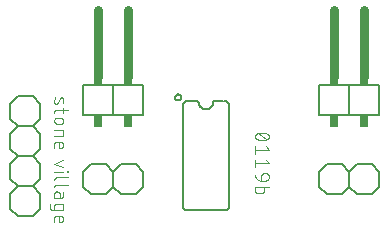
<source format=gbr>
G04 EAGLE Gerber RS-274X export*
G75*
%MOMM*%
%FSLAX34Y34*%
%LPD*%
%INSilkscreen Top*%
%IPPOS*%
%AMOC8*
5,1,8,0,0,1.08239X$1,22.5*%
G01*
%ADD10C,0.101600*%
%ADD11C,0.152400*%
%ADD12C,0.762000*%
%ADD13R,0.762000X0.508000*%
%ADD14R,0.762000X1.016000*%
%ADD15C,0.203200*%


D10*
X53754Y104948D02*
X55052Y108194D01*
X55051Y108194D02*
X55084Y108269D01*
X55120Y108343D01*
X55159Y108415D01*
X55202Y108485D01*
X55248Y108552D01*
X55298Y108618D01*
X55350Y108680D01*
X55406Y108741D01*
X55464Y108798D01*
X55525Y108853D01*
X55589Y108904D01*
X55655Y108952D01*
X55724Y108997D01*
X55794Y109039D01*
X55867Y109077D01*
X55941Y109112D01*
X56017Y109143D01*
X56094Y109170D01*
X56173Y109193D01*
X56252Y109213D01*
X56333Y109228D01*
X56414Y109240D01*
X56496Y109248D01*
X56577Y109252D01*
X56659Y109251D01*
X56741Y109247D01*
X56823Y109239D01*
X56904Y109227D01*
X56984Y109211D01*
X57064Y109191D01*
X57142Y109167D01*
X57219Y109139D01*
X57295Y109108D01*
X57369Y109073D01*
X57441Y109035D01*
X57512Y108993D01*
X57580Y108947D01*
X57646Y108899D01*
X57709Y108847D01*
X57770Y108792D01*
X57828Y108734D01*
X57884Y108674D01*
X57936Y108611D01*
X57985Y108545D01*
X58031Y108477D01*
X58073Y108407D01*
X58113Y108335D01*
X58148Y108261D01*
X58180Y108186D01*
X58208Y108109D01*
X58232Y108031D01*
X58253Y107951D01*
X58270Y107871D01*
X58282Y107790D01*
X58291Y107709D01*
X58296Y107627D01*
X58297Y107545D01*
X58293Y107368D01*
X58284Y107191D01*
X58270Y107014D01*
X58253Y106837D01*
X58231Y106662D01*
X58206Y106486D01*
X58175Y106312D01*
X58141Y106138D01*
X58103Y105965D01*
X58060Y105793D01*
X58013Y105622D01*
X57963Y105452D01*
X57908Y105283D01*
X57849Y105116D01*
X57786Y104951D01*
X57719Y104786D01*
X57648Y104624D01*
X53754Y104948D02*
X53721Y104873D01*
X53685Y104799D01*
X53646Y104727D01*
X53603Y104657D01*
X53557Y104590D01*
X53507Y104524D01*
X53455Y104462D01*
X53399Y104401D01*
X53341Y104344D01*
X53280Y104289D01*
X53216Y104238D01*
X53150Y104190D01*
X53081Y104145D01*
X53011Y104103D01*
X52938Y104065D01*
X52864Y104030D01*
X52788Y103999D01*
X52711Y103972D01*
X52632Y103949D01*
X52553Y103929D01*
X52472Y103914D01*
X52391Y103902D01*
X52309Y103894D01*
X52228Y103890D01*
X52146Y103891D01*
X52064Y103895D01*
X51982Y103903D01*
X51901Y103915D01*
X51821Y103931D01*
X51741Y103951D01*
X51663Y103975D01*
X51586Y104003D01*
X51510Y104034D01*
X51436Y104069D01*
X51364Y104107D01*
X51293Y104149D01*
X51225Y104195D01*
X51159Y104243D01*
X51096Y104295D01*
X51035Y104350D01*
X50977Y104408D01*
X50921Y104468D01*
X50869Y104531D01*
X50820Y104597D01*
X50774Y104665D01*
X50732Y104735D01*
X50692Y104807D01*
X50657Y104881D01*
X50625Y104956D01*
X50597Y105033D01*
X50573Y105111D01*
X50552Y105191D01*
X50535Y105271D01*
X50523Y105352D01*
X50514Y105433D01*
X50509Y105515D01*
X50508Y105597D01*
X50515Y105857D01*
X50528Y106117D01*
X50547Y106377D01*
X50572Y106636D01*
X50604Y106895D01*
X50641Y107152D01*
X50685Y107409D01*
X50734Y107665D01*
X50790Y107919D01*
X50851Y108172D01*
X50919Y108423D01*
X50993Y108673D01*
X51072Y108921D01*
X51157Y109167D01*
X58297Y100229D02*
X58297Y96334D01*
X62192Y98931D02*
X52455Y98931D01*
X52455Y98930D02*
X52368Y98928D01*
X52280Y98922D01*
X52194Y98912D01*
X52107Y98899D01*
X52022Y98881D01*
X51937Y98860D01*
X51853Y98835D01*
X51771Y98806D01*
X51690Y98773D01*
X51610Y98737D01*
X51532Y98698D01*
X51456Y98654D01*
X51382Y98608D01*
X51311Y98558D01*
X51241Y98505D01*
X51174Y98449D01*
X51110Y98390D01*
X51048Y98328D01*
X50989Y98264D01*
X50933Y98197D01*
X50880Y98127D01*
X50830Y98056D01*
X50784Y97982D01*
X50740Y97906D01*
X50701Y97828D01*
X50665Y97748D01*
X50632Y97667D01*
X50603Y97585D01*
X50578Y97501D01*
X50557Y97416D01*
X50539Y97331D01*
X50526Y97244D01*
X50516Y97158D01*
X50510Y97070D01*
X50508Y96983D01*
X50508Y96334D01*
X53104Y92022D02*
X55701Y92022D01*
X55802Y92020D01*
X55902Y92014D01*
X56002Y92004D01*
X56102Y91991D01*
X56201Y91973D01*
X56300Y91952D01*
X56397Y91927D01*
X56494Y91898D01*
X56589Y91865D01*
X56683Y91829D01*
X56775Y91789D01*
X56866Y91746D01*
X56955Y91699D01*
X57042Y91649D01*
X57128Y91595D01*
X57211Y91538D01*
X57291Y91478D01*
X57370Y91415D01*
X57446Y91348D01*
X57519Y91279D01*
X57589Y91207D01*
X57657Y91133D01*
X57722Y91056D01*
X57783Y90976D01*
X57842Y90894D01*
X57897Y90810D01*
X57949Y90724D01*
X57998Y90636D01*
X58043Y90546D01*
X58085Y90454D01*
X58123Y90361D01*
X58157Y90266D01*
X58188Y90171D01*
X58215Y90074D01*
X58238Y89976D01*
X58258Y89877D01*
X58273Y89777D01*
X58285Y89677D01*
X58293Y89577D01*
X58297Y89476D01*
X58297Y89376D01*
X58293Y89275D01*
X58285Y89175D01*
X58273Y89075D01*
X58258Y88975D01*
X58238Y88876D01*
X58215Y88778D01*
X58188Y88681D01*
X58157Y88586D01*
X58123Y88491D01*
X58085Y88398D01*
X58043Y88306D01*
X57998Y88216D01*
X57949Y88128D01*
X57897Y88042D01*
X57842Y87958D01*
X57783Y87876D01*
X57722Y87796D01*
X57657Y87719D01*
X57589Y87645D01*
X57519Y87573D01*
X57446Y87504D01*
X57370Y87437D01*
X57291Y87374D01*
X57211Y87314D01*
X57128Y87257D01*
X57042Y87203D01*
X56955Y87153D01*
X56866Y87106D01*
X56775Y87063D01*
X56683Y87023D01*
X56589Y86987D01*
X56494Y86954D01*
X56397Y86925D01*
X56300Y86900D01*
X56201Y86879D01*
X56102Y86861D01*
X56002Y86848D01*
X55902Y86838D01*
X55802Y86832D01*
X55701Y86830D01*
X53104Y86830D01*
X53003Y86832D01*
X52903Y86838D01*
X52803Y86848D01*
X52703Y86861D01*
X52604Y86879D01*
X52505Y86900D01*
X52408Y86925D01*
X52311Y86954D01*
X52216Y86987D01*
X52122Y87023D01*
X52030Y87063D01*
X51939Y87106D01*
X51850Y87153D01*
X51763Y87203D01*
X51677Y87257D01*
X51594Y87314D01*
X51514Y87374D01*
X51435Y87437D01*
X51359Y87504D01*
X51286Y87573D01*
X51216Y87645D01*
X51148Y87719D01*
X51083Y87796D01*
X51022Y87876D01*
X50963Y87958D01*
X50908Y88042D01*
X50856Y88128D01*
X50807Y88216D01*
X50762Y88306D01*
X50720Y88398D01*
X50682Y88491D01*
X50648Y88586D01*
X50617Y88681D01*
X50590Y88778D01*
X50567Y88876D01*
X50547Y88975D01*
X50532Y89075D01*
X50520Y89175D01*
X50512Y89275D01*
X50508Y89376D01*
X50508Y89476D01*
X50512Y89577D01*
X50520Y89677D01*
X50532Y89777D01*
X50547Y89877D01*
X50567Y89976D01*
X50590Y90074D01*
X50617Y90171D01*
X50648Y90266D01*
X50682Y90361D01*
X50720Y90454D01*
X50762Y90546D01*
X50807Y90636D01*
X50856Y90724D01*
X50908Y90810D01*
X50963Y90894D01*
X51022Y90976D01*
X51083Y91056D01*
X51148Y91133D01*
X51216Y91207D01*
X51286Y91279D01*
X51359Y91348D01*
X51435Y91415D01*
X51514Y91478D01*
X51594Y91538D01*
X51677Y91595D01*
X51763Y91649D01*
X51850Y91699D01*
X51939Y91746D01*
X52030Y91789D01*
X52122Y91829D01*
X52216Y91865D01*
X52311Y91898D01*
X52408Y91927D01*
X52505Y91952D01*
X52604Y91973D01*
X52703Y91991D01*
X52803Y92004D01*
X52903Y92014D01*
X53003Y92020D01*
X53104Y92022D01*
X50508Y81735D02*
X58297Y81735D01*
X58297Y78490D01*
X58295Y78403D01*
X58289Y78315D01*
X58279Y78229D01*
X58266Y78142D01*
X58248Y78057D01*
X58227Y77972D01*
X58202Y77888D01*
X58173Y77806D01*
X58140Y77725D01*
X58104Y77645D01*
X58065Y77567D01*
X58021Y77491D01*
X57975Y77417D01*
X57925Y77346D01*
X57872Y77276D01*
X57816Y77209D01*
X57757Y77145D01*
X57696Y77083D01*
X57631Y77024D01*
X57564Y76968D01*
X57494Y76915D01*
X57423Y76865D01*
X57349Y76819D01*
X57273Y76776D01*
X57195Y76736D01*
X57115Y76700D01*
X57034Y76667D01*
X56952Y76638D01*
X56868Y76613D01*
X56783Y76592D01*
X56698Y76574D01*
X56611Y76561D01*
X56525Y76551D01*
X56437Y76545D01*
X56350Y76543D01*
X50508Y76543D01*
X50508Y69501D02*
X50508Y66256D01*
X50508Y69501D02*
X50510Y69588D01*
X50516Y69676D01*
X50526Y69762D01*
X50539Y69849D01*
X50557Y69934D01*
X50578Y70019D01*
X50603Y70103D01*
X50632Y70185D01*
X50665Y70266D01*
X50701Y70346D01*
X50740Y70424D01*
X50784Y70500D01*
X50830Y70574D01*
X50880Y70645D01*
X50933Y70715D01*
X50989Y70782D01*
X51048Y70846D01*
X51110Y70908D01*
X51174Y70967D01*
X51241Y71023D01*
X51311Y71076D01*
X51382Y71126D01*
X51456Y71172D01*
X51532Y71216D01*
X51610Y71255D01*
X51690Y71291D01*
X51771Y71324D01*
X51853Y71353D01*
X51937Y71378D01*
X52022Y71399D01*
X52107Y71417D01*
X52194Y71430D01*
X52280Y71440D01*
X52368Y71446D01*
X52455Y71448D01*
X55701Y71448D01*
X55802Y71446D01*
X55902Y71440D01*
X56002Y71430D01*
X56102Y71417D01*
X56201Y71399D01*
X56300Y71378D01*
X56397Y71353D01*
X56494Y71324D01*
X56589Y71291D01*
X56683Y71255D01*
X56775Y71215D01*
X56866Y71172D01*
X56955Y71125D01*
X57042Y71075D01*
X57128Y71021D01*
X57211Y70964D01*
X57291Y70904D01*
X57370Y70841D01*
X57446Y70774D01*
X57519Y70705D01*
X57589Y70633D01*
X57657Y70559D01*
X57722Y70482D01*
X57783Y70402D01*
X57842Y70320D01*
X57897Y70236D01*
X57949Y70150D01*
X57998Y70062D01*
X58043Y69972D01*
X58085Y69880D01*
X58123Y69787D01*
X58157Y69692D01*
X58188Y69597D01*
X58215Y69500D01*
X58238Y69402D01*
X58258Y69303D01*
X58273Y69203D01*
X58285Y69103D01*
X58293Y69003D01*
X58297Y68902D01*
X58297Y68802D01*
X58293Y68701D01*
X58285Y68601D01*
X58273Y68501D01*
X58258Y68401D01*
X58238Y68302D01*
X58215Y68204D01*
X58188Y68107D01*
X58157Y68012D01*
X58123Y67917D01*
X58085Y67824D01*
X58043Y67732D01*
X57998Y67642D01*
X57949Y67554D01*
X57897Y67468D01*
X57842Y67384D01*
X57783Y67302D01*
X57722Y67222D01*
X57657Y67145D01*
X57589Y67071D01*
X57519Y66999D01*
X57446Y66930D01*
X57370Y66863D01*
X57291Y66800D01*
X57211Y66740D01*
X57128Y66683D01*
X57042Y66629D01*
X56955Y66579D01*
X56866Y66532D01*
X56775Y66489D01*
X56683Y66449D01*
X56589Y66413D01*
X56494Y66380D01*
X56397Y66351D01*
X56300Y66326D01*
X56201Y66305D01*
X56102Y66287D01*
X56002Y66274D01*
X55902Y66264D01*
X55802Y66258D01*
X55701Y66256D01*
X54403Y66256D01*
X54403Y71448D01*
X58297Y55827D02*
X50508Y53231D01*
X58297Y50635D01*
X58297Y46373D02*
X50508Y46373D01*
X61543Y46698D02*
X62192Y46698D01*
X62192Y46049D01*
X61543Y46049D01*
X61543Y46698D01*
X62192Y41581D02*
X52455Y41581D01*
X52368Y41579D01*
X52280Y41573D01*
X52194Y41563D01*
X52107Y41550D01*
X52022Y41532D01*
X51937Y41511D01*
X51853Y41486D01*
X51771Y41457D01*
X51690Y41424D01*
X51610Y41388D01*
X51532Y41349D01*
X51456Y41305D01*
X51382Y41259D01*
X51311Y41209D01*
X51241Y41156D01*
X51174Y41100D01*
X51110Y41041D01*
X51048Y40979D01*
X50989Y40915D01*
X50933Y40848D01*
X50880Y40778D01*
X50830Y40707D01*
X50784Y40633D01*
X50740Y40557D01*
X50701Y40479D01*
X50665Y40399D01*
X50632Y40318D01*
X50603Y40236D01*
X50578Y40152D01*
X50557Y40067D01*
X50539Y39982D01*
X50526Y39895D01*
X50516Y39809D01*
X50510Y39721D01*
X50508Y39634D01*
X52455Y35485D02*
X62192Y35485D01*
X52455Y35485D02*
X52368Y35483D01*
X52280Y35477D01*
X52194Y35467D01*
X52107Y35454D01*
X52022Y35436D01*
X51937Y35415D01*
X51853Y35390D01*
X51771Y35361D01*
X51690Y35328D01*
X51610Y35292D01*
X51532Y35253D01*
X51456Y35209D01*
X51382Y35163D01*
X51311Y35113D01*
X51241Y35060D01*
X51174Y35004D01*
X51110Y34945D01*
X51048Y34883D01*
X50989Y34819D01*
X50933Y34752D01*
X50880Y34682D01*
X50830Y34611D01*
X50784Y34537D01*
X50740Y34461D01*
X50701Y34383D01*
X50665Y34303D01*
X50632Y34222D01*
X50603Y34140D01*
X50578Y34056D01*
X50557Y33971D01*
X50539Y33886D01*
X50526Y33799D01*
X50516Y33713D01*
X50510Y33625D01*
X50508Y33538D01*
X55052Y27326D02*
X55052Y24405D01*
X55052Y27326D02*
X55050Y27420D01*
X55044Y27514D01*
X55035Y27607D01*
X55021Y27700D01*
X55004Y27792D01*
X54982Y27884D01*
X54958Y27974D01*
X54929Y28064D01*
X54897Y28152D01*
X54861Y28239D01*
X54821Y28324D01*
X54778Y28407D01*
X54732Y28489D01*
X54682Y28569D01*
X54629Y28646D01*
X54573Y28721D01*
X54514Y28794D01*
X54452Y28865D01*
X54387Y28933D01*
X54319Y28998D01*
X54248Y29060D01*
X54175Y29119D01*
X54100Y29175D01*
X54023Y29228D01*
X53943Y29278D01*
X53861Y29324D01*
X53778Y29367D01*
X53693Y29407D01*
X53606Y29443D01*
X53518Y29475D01*
X53428Y29504D01*
X53338Y29528D01*
X53246Y29550D01*
X53154Y29567D01*
X53061Y29581D01*
X52968Y29590D01*
X52874Y29596D01*
X52780Y29598D01*
X52686Y29596D01*
X52592Y29590D01*
X52499Y29581D01*
X52406Y29567D01*
X52314Y29550D01*
X52222Y29528D01*
X52132Y29504D01*
X52042Y29475D01*
X51954Y29443D01*
X51867Y29407D01*
X51782Y29367D01*
X51699Y29324D01*
X51617Y29278D01*
X51537Y29228D01*
X51460Y29175D01*
X51385Y29119D01*
X51312Y29060D01*
X51241Y28998D01*
X51173Y28933D01*
X51108Y28865D01*
X51046Y28794D01*
X50987Y28721D01*
X50931Y28646D01*
X50878Y28569D01*
X50828Y28489D01*
X50782Y28407D01*
X50739Y28324D01*
X50699Y28239D01*
X50663Y28152D01*
X50631Y28064D01*
X50602Y27974D01*
X50578Y27884D01*
X50556Y27792D01*
X50539Y27700D01*
X50525Y27607D01*
X50516Y27514D01*
X50510Y27420D01*
X50508Y27326D01*
X50508Y24405D01*
X56350Y24405D01*
X56437Y24407D01*
X56525Y24413D01*
X56611Y24423D01*
X56698Y24436D01*
X56783Y24454D01*
X56868Y24475D01*
X56952Y24500D01*
X57034Y24529D01*
X57115Y24562D01*
X57195Y24598D01*
X57273Y24637D01*
X57349Y24681D01*
X57423Y24727D01*
X57494Y24777D01*
X57564Y24830D01*
X57631Y24886D01*
X57696Y24945D01*
X57757Y25007D01*
X57816Y25071D01*
X57872Y25138D01*
X57925Y25208D01*
X57975Y25279D01*
X58021Y25353D01*
X58065Y25429D01*
X58104Y25507D01*
X58140Y25587D01*
X58173Y25668D01*
X58202Y25750D01*
X58227Y25834D01*
X58248Y25919D01*
X58266Y26004D01*
X58279Y26091D01*
X58289Y26178D01*
X58295Y26265D01*
X58297Y26352D01*
X58297Y28948D01*
X50508Y17363D02*
X50508Y14118D01*
X50508Y17363D02*
X50510Y17450D01*
X50516Y17538D01*
X50526Y17624D01*
X50539Y17711D01*
X50557Y17796D01*
X50578Y17881D01*
X50603Y17965D01*
X50632Y18047D01*
X50665Y18128D01*
X50701Y18208D01*
X50740Y18286D01*
X50784Y18362D01*
X50830Y18436D01*
X50880Y18507D01*
X50933Y18577D01*
X50989Y18644D01*
X51048Y18708D01*
X51110Y18770D01*
X51174Y18829D01*
X51241Y18885D01*
X51311Y18938D01*
X51382Y18988D01*
X51456Y19034D01*
X51532Y19078D01*
X51610Y19117D01*
X51690Y19153D01*
X51771Y19186D01*
X51853Y19215D01*
X51937Y19240D01*
X52022Y19261D01*
X52107Y19279D01*
X52194Y19292D01*
X52280Y19302D01*
X52368Y19308D01*
X52455Y19310D01*
X52455Y19311D02*
X56350Y19311D01*
X56350Y19310D02*
X56437Y19308D01*
X56525Y19302D01*
X56611Y19292D01*
X56698Y19279D01*
X56783Y19261D01*
X56868Y19240D01*
X56952Y19215D01*
X57034Y19186D01*
X57115Y19153D01*
X57195Y19117D01*
X57273Y19078D01*
X57349Y19034D01*
X57423Y18988D01*
X57494Y18938D01*
X57564Y18885D01*
X57631Y18829D01*
X57695Y18770D01*
X57757Y18708D01*
X57816Y18644D01*
X57872Y18577D01*
X57925Y18507D01*
X57975Y18436D01*
X58021Y18362D01*
X58065Y18286D01*
X58104Y18208D01*
X58140Y18128D01*
X58173Y18047D01*
X58202Y17965D01*
X58227Y17881D01*
X58248Y17796D01*
X58266Y17711D01*
X58279Y17624D01*
X58289Y17538D01*
X58295Y17450D01*
X58297Y17363D01*
X58297Y14118D01*
X48561Y14118D01*
X48474Y14120D01*
X48386Y14126D01*
X48300Y14136D01*
X48213Y14149D01*
X48128Y14167D01*
X48043Y14188D01*
X47959Y14213D01*
X47877Y14242D01*
X47796Y14275D01*
X47716Y14311D01*
X47638Y14350D01*
X47562Y14394D01*
X47488Y14440D01*
X47417Y14490D01*
X47347Y14543D01*
X47280Y14599D01*
X47216Y14658D01*
X47154Y14720D01*
X47095Y14784D01*
X47039Y14851D01*
X46986Y14921D01*
X46936Y14992D01*
X46890Y15066D01*
X46846Y15142D01*
X46807Y15220D01*
X46771Y15300D01*
X46738Y15381D01*
X46709Y15463D01*
X46684Y15547D01*
X46663Y15632D01*
X46645Y15717D01*
X46632Y15804D01*
X46622Y15890D01*
X46616Y15978D01*
X46614Y16065D01*
X46613Y16065D02*
X46613Y18661D01*
X50508Y7017D02*
X50508Y3772D01*
X50508Y7017D02*
X50510Y7104D01*
X50516Y7192D01*
X50526Y7278D01*
X50539Y7365D01*
X50557Y7450D01*
X50578Y7535D01*
X50603Y7619D01*
X50632Y7701D01*
X50665Y7782D01*
X50701Y7862D01*
X50740Y7940D01*
X50784Y8016D01*
X50830Y8090D01*
X50880Y8161D01*
X50933Y8231D01*
X50989Y8298D01*
X51048Y8362D01*
X51110Y8424D01*
X51174Y8483D01*
X51241Y8539D01*
X51311Y8592D01*
X51382Y8642D01*
X51456Y8688D01*
X51532Y8732D01*
X51610Y8771D01*
X51690Y8807D01*
X51771Y8840D01*
X51853Y8869D01*
X51937Y8894D01*
X52022Y8915D01*
X52107Y8933D01*
X52194Y8946D01*
X52280Y8956D01*
X52368Y8962D01*
X52455Y8964D01*
X52455Y8965D02*
X55701Y8965D01*
X55701Y8964D02*
X55802Y8962D01*
X55902Y8956D01*
X56002Y8946D01*
X56102Y8933D01*
X56201Y8915D01*
X56300Y8894D01*
X56397Y8869D01*
X56494Y8840D01*
X56589Y8807D01*
X56683Y8771D01*
X56775Y8731D01*
X56866Y8688D01*
X56955Y8641D01*
X57042Y8591D01*
X57128Y8537D01*
X57211Y8480D01*
X57291Y8420D01*
X57370Y8357D01*
X57446Y8290D01*
X57519Y8221D01*
X57589Y8149D01*
X57657Y8075D01*
X57722Y7998D01*
X57783Y7918D01*
X57842Y7836D01*
X57897Y7752D01*
X57949Y7666D01*
X57998Y7578D01*
X58043Y7488D01*
X58085Y7396D01*
X58123Y7303D01*
X58157Y7208D01*
X58188Y7113D01*
X58215Y7016D01*
X58238Y6918D01*
X58258Y6819D01*
X58273Y6719D01*
X58285Y6619D01*
X58293Y6519D01*
X58297Y6418D01*
X58297Y6318D01*
X58293Y6217D01*
X58285Y6117D01*
X58273Y6017D01*
X58258Y5917D01*
X58238Y5818D01*
X58215Y5720D01*
X58188Y5623D01*
X58157Y5528D01*
X58123Y5433D01*
X58085Y5340D01*
X58043Y5248D01*
X57998Y5158D01*
X57949Y5070D01*
X57897Y4984D01*
X57842Y4900D01*
X57783Y4818D01*
X57722Y4738D01*
X57657Y4661D01*
X57589Y4587D01*
X57519Y4515D01*
X57446Y4446D01*
X57370Y4379D01*
X57291Y4316D01*
X57211Y4256D01*
X57128Y4199D01*
X57042Y4145D01*
X56955Y4095D01*
X56866Y4048D01*
X56775Y4005D01*
X56683Y3965D01*
X56589Y3929D01*
X56494Y3896D01*
X56397Y3867D01*
X56300Y3842D01*
X56201Y3821D01*
X56102Y3803D01*
X56002Y3790D01*
X55902Y3780D01*
X55802Y3774D01*
X55701Y3772D01*
X54403Y3772D01*
X54403Y8965D01*
X226350Y79493D02*
X226580Y79490D01*
X226810Y79482D01*
X227039Y79468D01*
X227268Y79449D01*
X227497Y79424D01*
X227725Y79394D01*
X227952Y79359D01*
X228178Y79318D01*
X228403Y79272D01*
X228627Y79220D01*
X228850Y79163D01*
X229071Y79101D01*
X229291Y79033D01*
X229509Y78960D01*
X229725Y78882D01*
X229939Y78799D01*
X230152Y78711D01*
X230362Y78618D01*
X230569Y78519D01*
X230569Y78518D02*
X230659Y78485D01*
X230748Y78449D01*
X230836Y78409D01*
X230921Y78365D01*
X231005Y78318D01*
X231087Y78268D01*
X231167Y78214D01*
X231244Y78158D01*
X231320Y78098D01*
X231393Y78035D01*
X231463Y77970D01*
X231531Y77901D01*
X231595Y77830D01*
X231657Y77757D01*
X231716Y77681D01*
X231772Y77603D01*
X231825Y77522D01*
X231874Y77440D01*
X231920Y77356D01*
X231963Y77269D01*
X232002Y77182D01*
X232038Y77092D01*
X232070Y77002D01*
X232098Y76910D01*
X232123Y76817D01*
X232144Y76723D01*
X232161Y76629D01*
X232175Y76534D01*
X232184Y76438D01*
X232190Y76342D01*
X232192Y76246D01*
X232190Y76150D01*
X232184Y76054D01*
X232175Y75958D01*
X232161Y75863D01*
X232144Y75769D01*
X232123Y75675D01*
X232098Y75582D01*
X232070Y75490D01*
X232038Y75400D01*
X232002Y75310D01*
X231963Y75223D01*
X231920Y75136D01*
X231874Y75052D01*
X231825Y74970D01*
X231772Y74889D01*
X231716Y74811D01*
X231657Y74735D01*
X231595Y74662D01*
X231531Y74591D01*
X231463Y74522D01*
X231393Y74457D01*
X231320Y74394D01*
X231245Y74334D01*
X231167Y74278D01*
X231087Y74224D01*
X231005Y74174D01*
X230921Y74127D01*
X230836Y74084D01*
X230748Y74043D01*
X230659Y74007D01*
X230569Y73974D01*
X230569Y73975D02*
X230361Y73876D01*
X230151Y73783D01*
X229939Y73695D01*
X229725Y73612D01*
X229508Y73534D01*
X229290Y73461D01*
X229071Y73393D01*
X228849Y73331D01*
X228627Y73274D01*
X228403Y73222D01*
X228178Y73176D01*
X227952Y73135D01*
X227724Y73100D01*
X227497Y73070D01*
X227268Y73045D01*
X227039Y73026D01*
X226810Y73012D01*
X226580Y73004D01*
X226350Y73001D01*
X226350Y79492D02*
X226120Y79489D01*
X225890Y79481D01*
X225661Y79467D01*
X225432Y79448D01*
X225203Y79423D01*
X224975Y79393D01*
X224748Y79358D01*
X224522Y79317D01*
X224297Y79271D01*
X224073Y79219D01*
X223850Y79162D01*
X223629Y79100D01*
X223409Y79032D01*
X223191Y78959D01*
X222975Y78881D01*
X222761Y78798D01*
X222549Y78710D01*
X222338Y78617D01*
X222131Y78518D01*
X222041Y78485D01*
X221952Y78449D01*
X221864Y78408D01*
X221779Y78365D01*
X221695Y78318D01*
X221613Y78268D01*
X221533Y78214D01*
X221456Y78158D01*
X221380Y78098D01*
X221307Y78035D01*
X221237Y77970D01*
X221169Y77901D01*
X221105Y77830D01*
X221043Y77757D01*
X220984Y77681D01*
X220928Y77603D01*
X220875Y77522D01*
X220826Y77440D01*
X220780Y77356D01*
X220737Y77269D01*
X220698Y77182D01*
X220662Y77092D01*
X220630Y77002D01*
X220602Y76910D01*
X220577Y76817D01*
X220556Y76723D01*
X220539Y76629D01*
X220525Y76534D01*
X220516Y76438D01*
X220510Y76342D01*
X220508Y76246D01*
X222131Y73975D02*
X222338Y73876D01*
X222549Y73783D01*
X222761Y73695D01*
X222975Y73612D01*
X223191Y73534D01*
X223409Y73461D01*
X223629Y73393D01*
X223850Y73331D01*
X224073Y73274D01*
X224297Y73222D01*
X224522Y73176D01*
X224748Y73135D01*
X224975Y73100D01*
X225203Y73070D01*
X225432Y73045D01*
X225661Y73026D01*
X225890Y73012D01*
X226120Y73004D01*
X226350Y73001D01*
X222131Y73974D02*
X222041Y74007D01*
X221952Y74043D01*
X221864Y74084D01*
X221779Y74127D01*
X221695Y74174D01*
X221613Y74224D01*
X221533Y74278D01*
X221455Y74334D01*
X221380Y74394D01*
X221307Y74457D01*
X221237Y74522D01*
X221169Y74591D01*
X221105Y74662D01*
X221043Y74735D01*
X220984Y74811D01*
X220928Y74889D01*
X220875Y74970D01*
X220826Y75052D01*
X220780Y75136D01*
X220737Y75223D01*
X220698Y75310D01*
X220662Y75400D01*
X220630Y75490D01*
X220602Y75582D01*
X220577Y75675D01*
X220556Y75769D01*
X220539Y75863D01*
X220525Y75958D01*
X220516Y76054D01*
X220510Y76150D01*
X220508Y76246D01*
X223104Y78843D02*
X229596Y73650D01*
X229596Y68062D02*
X232192Y64817D01*
X220508Y64817D01*
X220508Y68062D02*
X220508Y61571D01*
X229596Y56632D02*
X232192Y53387D01*
X220508Y53387D01*
X220508Y56632D02*
X220508Y50141D01*
X225701Y42606D02*
X225701Y38711D01*
X225701Y42606D02*
X225703Y42705D01*
X225709Y42805D01*
X225718Y42904D01*
X225731Y43002D01*
X225748Y43100D01*
X225769Y43198D01*
X225794Y43294D01*
X225822Y43389D01*
X225854Y43483D01*
X225889Y43576D01*
X225928Y43668D01*
X225971Y43758D01*
X226016Y43846D01*
X226066Y43933D01*
X226118Y44017D01*
X226174Y44100D01*
X226232Y44180D01*
X226294Y44258D01*
X226359Y44333D01*
X226427Y44406D01*
X226497Y44476D01*
X226570Y44544D01*
X226645Y44609D01*
X226723Y44671D01*
X226803Y44729D01*
X226886Y44785D01*
X226970Y44837D01*
X227057Y44887D01*
X227145Y44932D01*
X227235Y44975D01*
X227327Y45014D01*
X227420Y45049D01*
X227514Y45081D01*
X227609Y45109D01*
X227705Y45134D01*
X227803Y45155D01*
X227901Y45172D01*
X227999Y45185D01*
X228098Y45194D01*
X228198Y45200D01*
X228297Y45202D01*
X228946Y45202D01*
X228946Y45203D02*
X229059Y45201D01*
X229172Y45195D01*
X229285Y45185D01*
X229398Y45171D01*
X229510Y45154D01*
X229621Y45132D01*
X229731Y45107D01*
X229841Y45077D01*
X229949Y45044D01*
X230056Y45007D01*
X230162Y44967D01*
X230266Y44922D01*
X230369Y44874D01*
X230470Y44823D01*
X230569Y44768D01*
X230666Y44710D01*
X230761Y44648D01*
X230854Y44583D01*
X230944Y44515D01*
X231032Y44444D01*
X231118Y44369D01*
X231201Y44292D01*
X231281Y44212D01*
X231358Y44129D01*
X231433Y44043D01*
X231504Y43955D01*
X231572Y43865D01*
X231637Y43772D01*
X231699Y43677D01*
X231757Y43580D01*
X231812Y43481D01*
X231863Y43380D01*
X231911Y43277D01*
X231956Y43173D01*
X231996Y43067D01*
X232033Y42960D01*
X232066Y42852D01*
X232096Y42742D01*
X232121Y42632D01*
X232143Y42521D01*
X232160Y42409D01*
X232174Y42296D01*
X232184Y42183D01*
X232190Y42070D01*
X232192Y41957D01*
X232190Y41844D01*
X232184Y41731D01*
X232174Y41618D01*
X232160Y41505D01*
X232143Y41393D01*
X232121Y41282D01*
X232096Y41172D01*
X232066Y41062D01*
X232033Y40954D01*
X231996Y40847D01*
X231956Y40741D01*
X231911Y40637D01*
X231863Y40534D01*
X231812Y40433D01*
X231757Y40334D01*
X231699Y40237D01*
X231637Y40142D01*
X231572Y40049D01*
X231504Y39959D01*
X231433Y39871D01*
X231358Y39785D01*
X231281Y39702D01*
X231201Y39622D01*
X231118Y39545D01*
X231032Y39470D01*
X230944Y39399D01*
X230854Y39331D01*
X230761Y39266D01*
X230666Y39204D01*
X230569Y39146D01*
X230470Y39091D01*
X230369Y39040D01*
X230266Y38992D01*
X230162Y38947D01*
X230056Y38907D01*
X229949Y38870D01*
X229841Y38837D01*
X229731Y38807D01*
X229621Y38782D01*
X229510Y38760D01*
X229398Y38743D01*
X229285Y38729D01*
X229172Y38719D01*
X229059Y38713D01*
X228946Y38711D01*
X225701Y38711D01*
X225558Y38713D01*
X225415Y38719D01*
X225272Y38729D01*
X225130Y38743D01*
X224988Y38760D01*
X224846Y38782D01*
X224705Y38807D01*
X224565Y38837D01*
X224426Y38870D01*
X224288Y38907D01*
X224151Y38948D01*
X224015Y38992D01*
X223880Y39041D01*
X223747Y39093D01*
X223615Y39148D01*
X223485Y39208D01*
X223356Y39271D01*
X223229Y39337D01*
X223104Y39407D01*
X222982Y39480D01*
X222861Y39557D01*
X222742Y39637D01*
X222626Y39720D01*
X222511Y39806D01*
X222400Y39895D01*
X222290Y39988D01*
X222184Y40083D01*
X222080Y40182D01*
X221979Y40283D01*
X221880Y40387D01*
X221785Y40493D01*
X221692Y40603D01*
X221603Y40714D01*
X221517Y40829D01*
X221434Y40945D01*
X221354Y41064D01*
X221277Y41185D01*
X221204Y41308D01*
X221134Y41432D01*
X221068Y41559D01*
X221005Y41688D01*
X220945Y41818D01*
X220890Y41950D01*
X220838Y42083D01*
X220789Y42218D01*
X220745Y42354D01*
X220704Y42491D01*
X220667Y42629D01*
X220634Y42768D01*
X220604Y42908D01*
X220579Y43049D01*
X220557Y43191D01*
X220540Y43333D01*
X220526Y43475D01*
X220516Y43618D01*
X220510Y43761D01*
X220508Y43904D01*
X220508Y33445D02*
X232192Y33445D01*
X220508Y33445D02*
X220508Y30200D01*
X220510Y30113D01*
X220516Y30025D01*
X220526Y29939D01*
X220539Y29852D01*
X220557Y29767D01*
X220578Y29682D01*
X220603Y29598D01*
X220632Y29516D01*
X220665Y29435D01*
X220701Y29355D01*
X220740Y29277D01*
X220784Y29201D01*
X220830Y29127D01*
X220880Y29056D01*
X220933Y28986D01*
X220989Y28919D01*
X221048Y28855D01*
X221109Y28793D01*
X221174Y28734D01*
X221241Y28678D01*
X221311Y28625D01*
X221382Y28575D01*
X221456Y28529D01*
X221532Y28486D01*
X221610Y28446D01*
X221690Y28410D01*
X221771Y28377D01*
X221853Y28348D01*
X221937Y28323D01*
X222022Y28302D01*
X222107Y28284D01*
X222194Y28271D01*
X222280Y28261D01*
X222368Y28255D01*
X222455Y28253D01*
X222455Y28252D02*
X226350Y28252D01*
X226350Y28253D02*
X226437Y28255D01*
X226525Y28261D01*
X226611Y28271D01*
X226698Y28284D01*
X226783Y28302D01*
X226868Y28323D01*
X226952Y28348D01*
X227034Y28377D01*
X227115Y28410D01*
X227195Y28446D01*
X227273Y28485D01*
X227349Y28529D01*
X227423Y28575D01*
X227494Y28625D01*
X227564Y28678D01*
X227631Y28734D01*
X227696Y28793D01*
X227757Y28855D01*
X227816Y28919D01*
X227872Y28986D01*
X227925Y29056D01*
X227975Y29127D01*
X228021Y29201D01*
X228065Y29277D01*
X228104Y29355D01*
X228140Y29435D01*
X228173Y29516D01*
X228202Y29598D01*
X228227Y29682D01*
X228248Y29767D01*
X228266Y29852D01*
X228279Y29939D01*
X228289Y30026D01*
X228295Y30113D01*
X228297Y30200D01*
X228297Y33445D01*
D11*
X275000Y94450D02*
X300400Y94450D01*
X300400Y119850D01*
X275000Y119850D01*
X275000Y94450D01*
D12*
X287700Y126200D02*
X287700Y183350D01*
D11*
X300400Y94450D02*
X325800Y94450D01*
X325800Y119850D01*
X300400Y119850D01*
D12*
X313100Y126200D02*
X313100Y183350D01*
D13*
X287700Y122390D03*
X313100Y122390D03*
D14*
X287700Y89370D03*
X313100Y89370D03*
D11*
X19550Y59500D02*
X13200Y65850D01*
X13200Y78550D01*
X19550Y84900D01*
X32250Y84900D01*
X38600Y78550D01*
X38600Y65850D01*
X32250Y59500D01*
X13200Y27750D02*
X13200Y15050D01*
X13200Y27750D02*
X19550Y34100D01*
X32250Y34100D01*
X38600Y27750D01*
X19550Y34100D02*
X13200Y40450D01*
X13200Y53150D01*
X19550Y59500D01*
X32250Y59500D01*
X38600Y53150D01*
X38600Y40450D01*
X32250Y34100D01*
X32250Y8700D02*
X19550Y8700D01*
X13200Y15050D01*
X32250Y8700D02*
X38600Y15050D01*
X38600Y27750D01*
X13200Y91250D02*
X13200Y103950D01*
X19550Y110300D01*
X32250Y110300D01*
X38600Y103950D01*
X19550Y84900D02*
X13200Y91250D01*
X32250Y84900D02*
X38600Y91250D01*
X38600Y103950D01*
X74500Y94450D02*
X99900Y94450D01*
X99900Y119850D01*
X74500Y119850D01*
X74500Y94450D01*
D12*
X87200Y126200D02*
X87200Y183350D01*
D11*
X99900Y94450D02*
X125300Y94450D01*
X125300Y119850D01*
X99900Y119850D01*
D12*
X112600Y126200D02*
X112600Y183350D01*
D13*
X87200Y122390D03*
X112600Y122390D03*
D14*
X87200Y89370D03*
X112600Y89370D03*
D11*
X94250Y52600D02*
X81550Y52600D01*
X94250Y52600D02*
X100600Y46250D01*
X100600Y33550D01*
X94250Y27200D01*
X75200Y33550D02*
X75200Y46250D01*
X81550Y52600D01*
X75200Y33550D02*
X81550Y27200D01*
X94250Y27200D01*
X100600Y46250D02*
X106950Y52600D01*
X119650Y52600D01*
X126000Y46250D01*
X126000Y33550D01*
X119650Y27200D01*
X106950Y27200D01*
X100600Y33550D01*
X281050Y52600D02*
X293750Y52600D01*
X300100Y46250D01*
X300100Y33550D01*
X293750Y27200D01*
X274700Y33550D02*
X274700Y46250D01*
X281050Y52600D01*
X274700Y33550D02*
X281050Y27200D01*
X293750Y27200D01*
X300100Y46250D02*
X306450Y52600D01*
X319150Y52600D01*
X325500Y46250D01*
X325500Y33550D01*
X319150Y27200D01*
X306450Y27200D01*
X300100Y33550D01*
D15*
X198663Y17632D02*
X198663Y102468D01*
X159737Y16632D02*
X159756Y16519D01*
X159778Y16407D01*
X159805Y16296D01*
X159835Y16186D01*
X159870Y16077D01*
X159908Y15969D01*
X159949Y15862D01*
X159994Y15757D01*
X160043Y15654D01*
X160095Y15552D01*
X160151Y15452D01*
X160210Y15354D01*
X160272Y15259D01*
X160338Y15165D01*
X160407Y15074D01*
X160478Y14985D01*
X160553Y14898D01*
X160631Y14814D01*
X160711Y14733D01*
X160795Y14655D01*
X160881Y14579D01*
X160969Y14507D01*
X161060Y14438D01*
X161153Y14371D01*
X161248Y14308D01*
X161346Y14248D01*
X161445Y14192D01*
X161546Y14139D01*
X161650Y14090D01*
X161754Y14044D01*
X161860Y14001D01*
X161968Y13963D01*
X162077Y13928D01*
X162187Y13896D01*
X162298Y13869D01*
X162410Y13845D01*
X162522Y13825D01*
X162635Y13809D01*
X162749Y13797D01*
X162863Y13789D01*
X162977Y13785D01*
X163092Y13784D01*
X163206Y13788D01*
X163320Y13795D01*
X163434Y13806D01*
X163547Y13822D01*
X198663Y102468D02*
X198646Y102598D01*
X198625Y102727D01*
X198600Y102856D01*
X198572Y102984D01*
X198539Y103111D01*
X198503Y103237D01*
X198462Y103362D01*
X198418Y103485D01*
X198371Y103607D01*
X198319Y103728D01*
X198265Y103847D01*
X198206Y103964D01*
X198144Y104079D01*
X198079Y104193D01*
X198010Y104305D01*
X197937Y104414D01*
X197862Y104521D01*
X197783Y104626D01*
X197701Y104728D01*
X197616Y104828D01*
X197529Y104925D01*
X197438Y105020D01*
X197344Y105112D01*
X197248Y105201D01*
X197149Y105287D01*
X197048Y105369D01*
X196944Y105449D01*
X196837Y105526D01*
X196729Y105599D01*
X196618Y105669D01*
X196505Y105736D01*
X196390Y105799D01*
X196274Y105859D01*
X196155Y105915D01*
X196035Y105968D01*
X195914Y106017D01*
X195791Y106062D01*
X195666Y106104D01*
X195541Y106142D01*
X195414Y106175D01*
X195287Y106206D01*
X195158Y106232D01*
X195029Y106254D01*
X194899Y106273D01*
X194769Y106287D01*
X194638Y106298D01*
X194507Y106304D01*
X194376Y106307D01*
X194245Y106306D01*
X194114Y106300D01*
X193984Y106291D01*
X193853Y106278D01*
X198663Y17632D02*
X198661Y17510D01*
X198655Y17388D01*
X198645Y17266D01*
X198632Y17145D01*
X198614Y17024D01*
X198593Y16904D01*
X198568Y16784D01*
X198539Y16665D01*
X198506Y16548D01*
X198469Y16431D01*
X198429Y16316D01*
X198385Y16202D01*
X198337Y16090D01*
X198286Y15979D01*
X198231Y15870D01*
X198173Y15762D01*
X198111Y15657D01*
X198046Y15553D01*
X197978Y15452D01*
X197907Y15353D01*
X197832Y15256D01*
X197754Y15162D01*
X197674Y15070D01*
X197590Y14981D01*
X197504Y14895D01*
X197415Y14811D01*
X197323Y14731D01*
X197229Y14653D01*
X197132Y14578D01*
X197033Y14507D01*
X196932Y14439D01*
X196828Y14374D01*
X196723Y14312D01*
X196615Y14254D01*
X196506Y14199D01*
X196395Y14148D01*
X196283Y14100D01*
X196169Y14056D01*
X196054Y14016D01*
X195937Y13979D01*
X195820Y13946D01*
X195701Y13917D01*
X195581Y13892D01*
X195461Y13871D01*
X195340Y13853D01*
X195219Y13840D01*
X195097Y13830D01*
X194975Y13824D01*
X194853Y13822D01*
X159737Y102467D02*
X159722Y102581D01*
X159710Y102695D01*
X159703Y102809D01*
X159699Y102923D01*
X159700Y103037D01*
X159704Y103152D01*
X159712Y103266D01*
X159724Y103379D01*
X159740Y103492D01*
X159760Y103605D01*
X159784Y103717D01*
X159811Y103828D01*
X159842Y103938D01*
X159877Y104047D01*
X159916Y104154D01*
X159958Y104261D01*
X160004Y104365D01*
X160054Y104468D01*
X160107Y104570D01*
X160163Y104669D01*
X160223Y104767D01*
X160286Y104862D01*
X160352Y104955D01*
X160422Y105046D01*
X160494Y105134D01*
X160570Y105220D01*
X160648Y105303D01*
X160729Y105384D01*
X160813Y105462D01*
X160899Y105536D01*
X160988Y105608D01*
X161080Y105677D01*
X161173Y105743D01*
X161269Y105805D01*
X161367Y105864D01*
X161467Y105920D01*
X161569Y105972D01*
X161672Y106020D01*
X161777Y106066D01*
X161884Y106107D01*
X161992Y106145D01*
X162101Y106179D01*
X162211Y106209D01*
X162322Y106236D01*
X162434Y106259D01*
X162547Y106278D01*
X159737Y102468D02*
X159737Y16632D01*
X163547Y13822D02*
X194853Y13822D01*
X185296Y105770D02*
X185294Y105612D01*
X185288Y105453D01*
X185278Y105295D01*
X185264Y105138D01*
X185247Y104980D01*
X185225Y104824D01*
X185200Y104667D01*
X185170Y104512D01*
X185137Y104357D01*
X185100Y104203D01*
X185059Y104050D01*
X185014Y103898D01*
X184965Y103748D01*
X184913Y103598D01*
X184857Y103450D01*
X184797Y103303D01*
X184734Y103158D01*
X184667Y103015D01*
X184597Y102873D01*
X184523Y102733D01*
X184445Y102595D01*
X184364Y102459D01*
X184280Y102325D01*
X184193Y102193D01*
X184102Y102063D01*
X184008Y101936D01*
X183911Y101811D01*
X183810Y101688D01*
X183707Y101568D01*
X183601Y101451D01*
X183492Y101336D01*
X183380Y101224D01*
X183265Y101115D01*
X183148Y101009D01*
X183028Y100906D01*
X182905Y100805D01*
X182780Y100708D01*
X182653Y100614D01*
X182523Y100523D01*
X182391Y100436D01*
X182257Y100352D01*
X182121Y100271D01*
X181983Y100193D01*
X181843Y100119D01*
X181701Y100049D01*
X181558Y99982D01*
X181413Y99919D01*
X181266Y99859D01*
X181118Y99803D01*
X180968Y99751D01*
X180818Y99702D01*
X180666Y99657D01*
X180513Y99616D01*
X180359Y99579D01*
X180204Y99546D01*
X180049Y99516D01*
X179892Y99491D01*
X179736Y99469D01*
X179578Y99452D01*
X179421Y99438D01*
X179263Y99428D01*
X179104Y99422D01*
X178946Y99420D01*
X178788Y99422D01*
X178629Y99428D01*
X178471Y99438D01*
X178314Y99452D01*
X178156Y99469D01*
X178000Y99491D01*
X177843Y99516D01*
X177688Y99546D01*
X177533Y99579D01*
X177379Y99616D01*
X177226Y99657D01*
X177074Y99702D01*
X176924Y99751D01*
X176774Y99803D01*
X176626Y99859D01*
X176479Y99919D01*
X176334Y99982D01*
X176191Y100049D01*
X176049Y100119D01*
X175909Y100193D01*
X175771Y100271D01*
X175635Y100352D01*
X175501Y100436D01*
X175369Y100523D01*
X175239Y100614D01*
X175112Y100708D01*
X174987Y100805D01*
X174864Y100906D01*
X174744Y101009D01*
X174627Y101115D01*
X174512Y101224D01*
X174400Y101336D01*
X174291Y101451D01*
X174185Y101568D01*
X174082Y101688D01*
X173981Y101811D01*
X173884Y101936D01*
X173790Y102063D01*
X173699Y102193D01*
X173612Y102325D01*
X173528Y102459D01*
X173447Y102595D01*
X173369Y102733D01*
X173295Y102873D01*
X173225Y103015D01*
X173158Y103158D01*
X173095Y103303D01*
X173035Y103450D01*
X172979Y103598D01*
X172927Y103748D01*
X172878Y103898D01*
X172833Y104050D01*
X172792Y104203D01*
X172755Y104357D01*
X172722Y104512D01*
X172692Y104667D01*
X172667Y104824D01*
X172645Y104980D01*
X172628Y105138D01*
X172614Y105295D01*
X172604Y105453D01*
X172598Y105612D01*
X172596Y105770D01*
X185296Y106278D02*
X193726Y106278D01*
X172596Y106278D02*
X162547Y106278D01*
X152848Y109263D02*
X152850Y109363D01*
X152856Y109464D01*
X152866Y109563D01*
X152880Y109663D01*
X152897Y109762D01*
X152919Y109860D01*
X152945Y109957D01*
X152974Y110053D01*
X153007Y110147D01*
X153044Y110241D01*
X153084Y110333D01*
X153128Y110423D01*
X153176Y110511D01*
X153227Y110598D01*
X153281Y110682D01*
X153339Y110764D01*
X153400Y110844D01*
X153464Y110921D01*
X153531Y110996D01*
X153601Y111068D01*
X153674Y111137D01*
X153749Y111203D01*
X153827Y111267D01*
X153907Y111327D01*
X153990Y111384D01*
X154075Y111437D01*
X154162Y111487D01*
X154251Y111534D01*
X154341Y111577D01*
X154433Y111617D01*
X154527Y111653D01*
X154622Y111685D01*
X154718Y111713D01*
X154816Y111738D01*
X154914Y111758D01*
X155013Y111775D01*
X155113Y111788D01*
X155212Y111797D01*
X155313Y111802D01*
X155413Y111803D01*
X155513Y111800D01*
X155614Y111793D01*
X155713Y111782D01*
X155813Y111767D01*
X155911Y111749D01*
X156009Y111726D01*
X156106Y111699D01*
X156201Y111669D01*
X156296Y111635D01*
X156389Y111597D01*
X156480Y111556D01*
X156570Y111511D01*
X156658Y111463D01*
X156744Y111411D01*
X156828Y111356D01*
X156909Y111297D01*
X156988Y111235D01*
X157065Y111171D01*
X157139Y111103D01*
X157210Y111032D01*
X157279Y110959D01*
X157344Y110883D01*
X157407Y110804D01*
X157466Y110723D01*
X157522Y110640D01*
X157575Y110555D01*
X157624Y110467D01*
X157670Y110378D01*
X157712Y110287D01*
X157751Y110194D01*
X157786Y110100D01*
X157817Y110005D01*
X157845Y109908D01*
X157868Y109811D01*
X157888Y109712D01*
X157904Y109613D01*
X157916Y109514D01*
X157924Y109413D01*
X157928Y109313D01*
X157928Y109213D01*
X157924Y109113D01*
X157916Y109012D01*
X157904Y108913D01*
X157888Y108814D01*
X157868Y108715D01*
X157845Y108618D01*
X157817Y108521D01*
X157786Y108426D01*
X157751Y108332D01*
X157712Y108239D01*
X157670Y108148D01*
X157624Y108059D01*
X157575Y107971D01*
X157522Y107886D01*
X157466Y107803D01*
X157407Y107722D01*
X157344Y107643D01*
X157279Y107567D01*
X157210Y107494D01*
X157139Y107423D01*
X157065Y107355D01*
X156988Y107291D01*
X156909Y107229D01*
X156828Y107170D01*
X156744Y107115D01*
X156658Y107063D01*
X156570Y107015D01*
X156480Y106970D01*
X156389Y106929D01*
X156296Y106891D01*
X156201Y106857D01*
X156106Y106827D01*
X156009Y106800D01*
X155911Y106777D01*
X155813Y106759D01*
X155713Y106744D01*
X155614Y106733D01*
X155513Y106726D01*
X155413Y106723D01*
X155313Y106724D01*
X155212Y106729D01*
X155113Y106738D01*
X155013Y106751D01*
X154914Y106768D01*
X154816Y106788D01*
X154718Y106813D01*
X154622Y106841D01*
X154527Y106873D01*
X154433Y106909D01*
X154341Y106949D01*
X154251Y106992D01*
X154162Y107039D01*
X154075Y107089D01*
X153990Y107142D01*
X153907Y107199D01*
X153827Y107259D01*
X153749Y107323D01*
X153674Y107389D01*
X153601Y107458D01*
X153531Y107530D01*
X153464Y107605D01*
X153400Y107682D01*
X153339Y107762D01*
X153281Y107844D01*
X153227Y107928D01*
X153176Y108015D01*
X153128Y108103D01*
X153084Y108193D01*
X153044Y108285D01*
X153007Y108379D01*
X152974Y108473D01*
X152945Y108569D01*
X152919Y108666D01*
X152897Y108764D01*
X152880Y108863D01*
X152866Y108963D01*
X152856Y109062D01*
X152850Y109163D01*
X152848Y109263D01*
M02*

</source>
